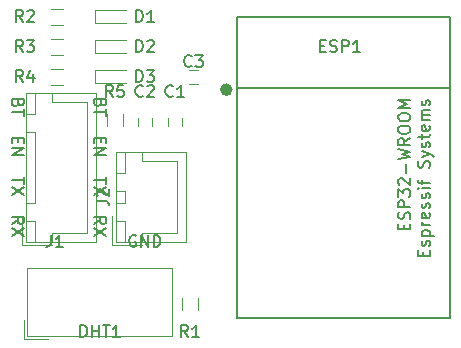
<source format=gbr>
%TF.GenerationSoftware,KiCad,Pcbnew,5.1.10-5.1.10*%
%TF.CreationDate,2021-10-01T00:30:02+02:00*%
%TF.ProjectId,ESP-Logger-HW,4553502d-4c6f-4676-9765-722d48572e6b,rev?*%
%TF.SameCoordinates,Original*%
%TF.FileFunction,Legend,Top*%
%TF.FilePolarity,Positive*%
%FSLAX46Y46*%
G04 Gerber Fmt 4.6, Leading zero omitted, Abs format (unit mm)*
G04 Created by KiCad (PCBNEW 5.1.10-5.1.10) date 2021-10-01 00:30:02*
%MOMM*%
%LPD*%
G01*
G04 APERTURE LIST*
%ADD10C,0.150000*%
%ADD11C,0.500000*%
%ADD12C,0.120000*%
G04 APERTURE END LIST*
D10*
X30988095Y-40140000D02*
X30892857Y-40092380D01*
X30750000Y-40092380D01*
X30607142Y-40140000D01*
X30511904Y-40235238D01*
X30464285Y-40330476D01*
X30416666Y-40520952D01*
X30416666Y-40663809D01*
X30464285Y-40854285D01*
X30511904Y-40949523D01*
X30607142Y-41044761D01*
X30750000Y-41092380D01*
X30845238Y-41092380D01*
X30988095Y-41044761D01*
X31035714Y-40997142D01*
X31035714Y-40663809D01*
X30845238Y-40663809D01*
X31464285Y-41092380D02*
X31464285Y-40092380D01*
X32035714Y-41092380D01*
X32035714Y-40092380D01*
X32511904Y-41092380D02*
X32511904Y-40092380D01*
X32750000Y-40092380D01*
X32892857Y-40140000D01*
X32988095Y-40235238D01*
X33035714Y-40330476D01*
X33083333Y-40520952D01*
X33083333Y-40663809D01*
X33035714Y-40854285D01*
X32988095Y-40949523D01*
X32892857Y-41044761D01*
X32750000Y-41092380D01*
X32511904Y-41092380D01*
X21026428Y-28885238D02*
X20978809Y-29028095D01*
X20931190Y-29075714D01*
X20835952Y-29123333D01*
X20693095Y-29123333D01*
X20597857Y-29075714D01*
X20550238Y-29028095D01*
X20502619Y-28932857D01*
X20502619Y-28551904D01*
X21502619Y-28551904D01*
X21502619Y-28885238D01*
X21455000Y-28980476D01*
X21407380Y-29028095D01*
X21312142Y-29075714D01*
X21216904Y-29075714D01*
X21121666Y-29028095D01*
X21074047Y-28980476D01*
X21026428Y-28885238D01*
X21026428Y-28551904D01*
X21502619Y-29409047D02*
X21502619Y-29980476D01*
X20502619Y-29694761D02*
X21502619Y-29694761D01*
X21026428Y-31837619D02*
X21026428Y-32170952D01*
X20502619Y-32313809D02*
X20502619Y-31837619D01*
X21502619Y-31837619D01*
X21502619Y-32313809D01*
X20502619Y-32742380D02*
X21502619Y-32742380D01*
X20502619Y-33313809D01*
X21502619Y-33313809D01*
X21502619Y-35170952D02*
X21502619Y-35742380D01*
X20502619Y-35456666D02*
X21502619Y-35456666D01*
X21502619Y-35980476D02*
X20502619Y-36647142D01*
X21502619Y-36647142D02*
X20502619Y-35980476D01*
X20502619Y-39123333D02*
X20978809Y-38790000D01*
X20502619Y-38551904D02*
X21502619Y-38551904D01*
X21502619Y-38932857D01*
X21455000Y-39028095D01*
X21407380Y-39075714D01*
X21312142Y-39123333D01*
X21169285Y-39123333D01*
X21074047Y-39075714D01*
X21026428Y-39028095D01*
X20978809Y-38932857D01*
X20978809Y-38551904D01*
X21502619Y-39456666D02*
X20502619Y-40123333D01*
X21502619Y-40123333D02*
X20502619Y-39456666D01*
X28011428Y-28885238D02*
X27963809Y-29028095D01*
X27916190Y-29075714D01*
X27820952Y-29123333D01*
X27678095Y-29123333D01*
X27582857Y-29075714D01*
X27535238Y-29028095D01*
X27487619Y-28932857D01*
X27487619Y-28551904D01*
X28487619Y-28551904D01*
X28487619Y-28885238D01*
X28440000Y-28980476D01*
X28392380Y-29028095D01*
X28297142Y-29075714D01*
X28201904Y-29075714D01*
X28106666Y-29028095D01*
X28059047Y-28980476D01*
X28011428Y-28885238D01*
X28011428Y-28551904D01*
X28487619Y-29409047D02*
X28487619Y-29980476D01*
X27487619Y-29694761D02*
X28487619Y-29694761D01*
X28011428Y-31837619D02*
X28011428Y-32170952D01*
X27487619Y-32313809D02*
X27487619Y-31837619D01*
X28487619Y-31837619D01*
X28487619Y-32313809D01*
X27487619Y-32742380D02*
X28487619Y-32742380D01*
X27487619Y-33313809D01*
X28487619Y-33313809D01*
X28487619Y-35170952D02*
X28487619Y-35742380D01*
X27487619Y-35456666D02*
X28487619Y-35456666D01*
X28487619Y-35980476D02*
X27487619Y-36647142D01*
X28487619Y-36647142D02*
X27487619Y-35980476D01*
X27487619Y-39123333D02*
X27963809Y-38790000D01*
X27487619Y-38551904D02*
X28487619Y-38551904D01*
X28487619Y-38932857D01*
X28440000Y-39028095D01*
X28392380Y-39075714D01*
X28297142Y-39123333D01*
X28154285Y-39123333D01*
X28059047Y-39075714D01*
X28011428Y-39028095D01*
X27963809Y-38932857D01*
X27963809Y-38551904D01*
X28487619Y-39456666D02*
X27487619Y-40123333D01*
X28487619Y-40123333D02*
X27487619Y-39456666D01*
%TO.C,ESP1*%
X57560000Y-21630000D02*
X39560000Y-21630000D01*
X57560000Y-47130000D02*
X39560000Y-47130000D01*
X57560000Y-21630000D02*
X57560000Y-47130000D01*
X39560000Y-21630000D02*
X39560000Y-47130000D01*
X57560000Y-27630000D02*
X39560000Y-27630000D01*
D11*
X38937981Y-27776000D02*
G75*
G03*
X38937981Y-27776000I-283981J0D01*
G01*
D12*
%TO.C,C1*%
X34890000Y-30130000D02*
X34890000Y-30830000D01*
X33690000Y-30830000D02*
X33690000Y-30130000D01*
%TO.C,C2*%
X31150000Y-30830000D02*
X31150000Y-30130000D01*
X32350000Y-30130000D02*
X32350000Y-30830000D01*
%TO.C,C3*%
X36230000Y-27270000D02*
X35530000Y-27270000D01*
X35530000Y-26070000D02*
X36230000Y-26070000D01*
%TO.C,D1*%
X27580000Y-21040000D02*
X30180000Y-21040000D01*
X27580000Y-22140000D02*
X30180000Y-22140000D01*
X27580000Y-21040000D02*
X27580000Y-22140000D01*
%TO.C,D2*%
X27580000Y-23580000D02*
X27580000Y-24680000D01*
X27580000Y-24680000D02*
X30180000Y-24680000D01*
X27580000Y-23580000D02*
X30180000Y-23580000D01*
%TO.C,D3*%
X27580000Y-26120000D02*
X27580000Y-27220000D01*
X27580000Y-27220000D02*
X30180000Y-27220000D01*
X27580000Y-26120000D02*
X30180000Y-26120000D01*
%TO.C,DHT1*%
X21530000Y-48880000D02*
X21530000Y-47270000D01*
X21530000Y-48880000D02*
X23530000Y-48880000D01*
X34070000Y-48600000D02*
X21820000Y-48600000D01*
X34070000Y-42840000D02*
X34070000Y-48600000D01*
X21810000Y-42840000D02*
X34070000Y-42840000D01*
X21810000Y-48590000D02*
X21810000Y-42850000D01*
%TO.C,J1*%
X21680000Y-40650000D02*
X27630000Y-40650000D01*
X27630000Y-40650000D02*
X27630000Y-28050000D01*
X27630000Y-28050000D02*
X21680000Y-28050000D01*
X21680000Y-28050000D02*
X21680000Y-40650000D01*
X21680000Y-37350000D02*
X22430000Y-37350000D01*
X22430000Y-37350000D02*
X22430000Y-31350000D01*
X22430000Y-31350000D02*
X21680000Y-31350000D01*
X21680000Y-31350000D02*
X21680000Y-37350000D01*
X21680000Y-40650000D02*
X22430000Y-40650000D01*
X22430000Y-40650000D02*
X22430000Y-38850000D01*
X22430000Y-38850000D02*
X21680000Y-38850000D01*
X21680000Y-38850000D02*
X21680000Y-40650000D01*
X21680000Y-29850000D02*
X22430000Y-29850000D01*
X22430000Y-29850000D02*
X22430000Y-28050000D01*
X22430000Y-28050000D02*
X21680000Y-28050000D01*
X21680000Y-28050000D02*
X21680000Y-29850000D01*
X23930000Y-40650000D02*
X23930000Y-39900000D01*
X23930000Y-39900000D02*
X26880000Y-39900000D01*
X26880000Y-39900000D02*
X26880000Y-34350000D01*
X23930000Y-28050000D02*
X23930000Y-28800000D01*
X23930000Y-28800000D02*
X26880000Y-28800000D01*
X26880000Y-28800000D02*
X26880000Y-34350000D01*
X21380000Y-38450000D02*
X21380000Y-40950000D01*
X21380000Y-40950000D02*
X23880000Y-40950000D01*
%TO.C,J2*%
X29300000Y-40650000D02*
X35250000Y-40650000D01*
X35250000Y-40650000D02*
X35250000Y-33050000D01*
X35250000Y-33050000D02*
X29300000Y-33050000D01*
X29300000Y-33050000D02*
X29300000Y-40650000D01*
X29300000Y-37350000D02*
X30050000Y-37350000D01*
X30050000Y-37350000D02*
X30050000Y-36350000D01*
X30050000Y-36350000D02*
X29300000Y-36350000D01*
X29300000Y-36350000D02*
X29300000Y-37350000D01*
X29300000Y-40650000D02*
X30050000Y-40650000D01*
X30050000Y-40650000D02*
X30050000Y-38850000D01*
X30050000Y-38850000D02*
X29300000Y-38850000D01*
X29300000Y-38850000D02*
X29300000Y-40650000D01*
X29300000Y-34850000D02*
X30050000Y-34850000D01*
X30050000Y-34850000D02*
X30050000Y-33050000D01*
X30050000Y-33050000D02*
X29300000Y-33050000D01*
X29300000Y-33050000D02*
X29300000Y-34850000D01*
X31550000Y-40650000D02*
X31550000Y-39900000D01*
X31550000Y-39900000D02*
X34500000Y-39900000D01*
X34500000Y-39900000D02*
X34500000Y-36850000D01*
X31550000Y-33050000D02*
X31550000Y-33800000D01*
X31550000Y-33800000D02*
X34500000Y-33800000D01*
X34500000Y-33800000D02*
X34500000Y-36850000D01*
X29000000Y-38450000D02*
X29000000Y-40950000D01*
X29000000Y-40950000D02*
X31500000Y-40950000D01*
%TO.C,R1*%
X36240000Y-45390000D02*
X36240000Y-46390000D01*
X34880000Y-46390000D02*
X34880000Y-45390000D01*
%TO.C,R2*%
X24800000Y-22270000D02*
X23800000Y-22270000D01*
X23800000Y-20910000D02*
X24800000Y-20910000D01*
%TO.C,R3*%
X23800000Y-23450000D02*
X24800000Y-23450000D01*
X24800000Y-24810000D02*
X23800000Y-24810000D01*
%TO.C,R4*%
X24800000Y-27350000D02*
X23800000Y-27350000D01*
X23800000Y-25990000D02*
X24800000Y-25990000D01*
%TO.C,R5*%
X29890000Y-29810000D02*
X29890000Y-30810000D01*
X28530000Y-30810000D02*
X28530000Y-29810000D01*
%TO.C,ESP1*%
D10*
X46593333Y-24058571D02*
X46926666Y-24058571D01*
X47069523Y-24582380D02*
X46593333Y-24582380D01*
X46593333Y-23582380D01*
X47069523Y-23582380D01*
X47450476Y-24534761D02*
X47593333Y-24582380D01*
X47831428Y-24582380D01*
X47926666Y-24534761D01*
X47974285Y-24487142D01*
X48021904Y-24391904D01*
X48021904Y-24296666D01*
X47974285Y-24201428D01*
X47926666Y-24153809D01*
X47831428Y-24106190D01*
X47640952Y-24058571D01*
X47545714Y-24010952D01*
X47498095Y-23963333D01*
X47450476Y-23868095D01*
X47450476Y-23772857D01*
X47498095Y-23677619D01*
X47545714Y-23630000D01*
X47640952Y-23582380D01*
X47879047Y-23582380D01*
X48021904Y-23630000D01*
X48450476Y-24582380D02*
X48450476Y-23582380D01*
X48831428Y-23582380D01*
X48926666Y-23630000D01*
X48974285Y-23677619D01*
X49021904Y-23772857D01*
X49021904Y-23915714D01*
X48974285Y-24010952D01*
X48926666Y-24058571D01*
X48831428Y-24106190D01*
X48450476Y-24106190D01*
X49974285Y-24582380D02*
X49402857Y-24582380D01*
X49688571Y-24582380D02*
X49688571Y-23582380D01*
X49593333Y-23725238D01*
X49498095Y-23820476D01*
X49402857Y-23868095D01*
X55346571Y-41840428D02*
X55346571Y-41507095D01*
X55870380Y-41364238D02*
X55870380Y-41840428D01*
X54870380Y-41840428D01*
X54870380Y-41364238D01*
X55822761Y-40983285D02*
X55870380Y-40888047D01*
X55870380Y-40697571D01*
X55822761Y-40602333D01*
X55727523Y-40554714D01*
X55679904Y-40554714D01*
X55584666Y-40602333D01*
X55537047Y-40697571D01*
X55537047Y-40840428D01*
X55489428Y-40935666D01*
X55394190Y-40983285D01*
X55346571Y-40983285D01*
X55251333Y-40935666D01*
X55203714Y-40840428D01*
X55203714Y-40697571D01*
X55251333Y-40602333D01*
X55203714Y-40126142D02*
X56203714Y-40126142D01*
X55251333Y-40126142D02*
X55203714Y-40030904D01*
X55203714Y-39840428D01*
X55251333Y-39745190D01*
X55298952Y-39697571D01*
X55394190Y-39649952D01*
X55679904Y-39649952D01*
X55775142Y-39697571D01*
X55822761Y-39745190D01*
X55870380Y-39840428D01*
X55870380Y-40030904D01*
X55822761Y-40126142D01*
X55870380Y-39221380D02*
X55203714Y-39221380D01*
X55394190Y-39221380D02*
X55298952Y-39173761D01*
X55251333Y-39126142D01*
X55203714Y-39030904D01*
X55203714Y-38935666D01*
X55822761Y-38221380D02*
X55870380Y-38316619D01*
X55870380Y-38507095D01*
X55822761Y-38602333D01*
X55727523Y-38649952D01*
X55346571Y-38649952D01*
X55251333Y-38602333D01*
X55203714Y-38507095D01*
X55203714Y-38316619D01*
X55251333Y-38221380D01*
X55346571Y-38173761D01*
X55441809Y-38173761D01*
X55537047Y-38649952D01*
X55822761Y-37792809D02*
X55870380Y-37697571D01*
X55870380Y-37507095D01*
X55822761Y-37411857D01*
X55727523Y-37364238D01*
X55679904Y-37364238D01*
X55584666Y-37411857D01*
X55537047Y-37507095D01*
X55537047Y-37649952D01*
X55489428Y-37745190D01*
X55394190Y-37792809D01*
X55346571Y-37792809D01*
X55251333Y-37745190D01*
X55203714Y-37649952D01*
X55203714Y-37507095D01*
X55251333Y-37411857D01*
X55822761Y-36983285D02*
X55870380Y-36888047D01*
X55870380Y-36697571D01*
X55822761Y-36602333D01*
X55727523Y-36554714D01*
X55679904Y-36554714D01*
X55584666Y-36602333D01*
X55537047Y-36697571D01*
X55537047Y-36840428D01*
X55489428Y-36935666D01*
X55394190Y-36983285D01*
X55346571Y-36983285D01*
X55251333Y-36935666D01*
X55203714Y-36840428D01*
X55203714Y-36697571D01*
X55251333Y-36602333D01*
X55870380Y-36126142D02*
X55203714Y-36126142D01*
X54870380Y-36126142D02*
X54918000Y-36173761D01*
X54965619Y-36126142D01*
X54918000Y-36078523D01*
X54870380Y-36126142D01*
X54965619Y-36126142D01*
X55203714Y-35792809D02*
X55203714Y-35411857D01*
X55870380Y-35649952D02*
X55013238Y-35649952D01*
X54918000Y-35602333D01*
X54870380Y-35507095D01*
X54870380Y-35411857D01*
X55822761Y-34364238D02*
X55870380Y-34221380D01*
X55870380Y-33983285D01*
X55822761Y-33888047D01*
X55775142Y-33840428D01*
X55679904Y-33792809D01*
X55584666Y-33792809D01*
X55489428Y-33840428D01*
X55441809Y-33888047D01*
X55394190Y-33983285D01*
X55346571Y-34173761D01*
X55298952Y-34269000D01*
X55251333Y-34316619D01*
X55156095Y-34364238D01*
X55060857Y-34364238D01*
X54965619Y-34316619D01*
X54918000Y-34269000D01*
X54870380Y-34173761D01*
X54870380Y-33935666D01*
X54918000Y-33792809D01*
X55203714Y-33459476D02*
X55870380Y-33221380D01*
X55203714Y-32983285D02*
X55870380Y-33221380D01*
X56108476Y-33316619D01*
X56156095Y-33364238D01*
X56203714Y-33459476D01*
X55822761Y-32649952D02*
X55870380Y-32554714D01*
X55870380Y-32364238D01*
X55822761Y-32269000D01*
X55727523Y-32221380D01*
X55679904Y-32221380D01*
X55584666Y-32269000D01*
X55537047Y-32364238D01*
X55537047Y-32507095D01*
X55489428Y-32602333D01*
X55394190Y-32649952D01*
X55346571Y-32649952D01*
X55251333Y-32602333D01*
X55203714Y-32507095D01*
X55203714Y-32364238D01*
X55251333Y-32269000D01*
X55203714Y-31935666D02*
X55203714Y-31554714D01*
X54870380Y-31792809D02*
X55727523Y-31792809D01*
X55822761Y-31745190D01*
X55870380Y-31649952D01*
X55870380Y-31554714D01*
X55822761Y-30840428D02*
X55870380Y-30935666D01*
X55870380Y-31126142D01*
X55822761Y-31221380D01*
X55727523Y-31269000D01*
X55346571Y-31269000D01*
X55251333Y-31221380D01*
X55203714Y-31126142D01*
X55203714Y-30935666D01*
X55251333Y-30840428D01*
X55346571Y-30792809D01*
X55441809Y-30792809D01*
X55537047Y-31269000D01*
X55870380Y-30364238D02*
X55203714Y-30364238D01*
X55298952Y-30364238D02*
X55251333Y-30316619D01*
X55203714Y-30221380D01*
X55203714Y-30078523D01*
X55251333Y-29983285D01*
X55346571Y-29935666D01*
X55870380Y-29935666D01*
X55346571Y-29935666D02*
X55251333Y-29888047D01*
X55203714Y-29792809D01*
X55203714Y-29649952D01*
X55251333Y-29554714D01*
X55346571Y-29507095D01*
X55870380Y-29507095D01*
X55822761Y-29078523D02*
X55870380Y-28983285D01*
X55870380Y-28792809D01*
X55822761Y-28697571D01*
X55727523Y-28649952D01*
X55679904Y-28649952D01*
X55584666Y-28697571D01*
X55537047Y-28792809D01*
X55537047Y-28935666D01*
X55489428Y-29030904D01*
X55394190Y-29078523D01*
X55346571Y-29078523D01*
X55251333Y-29030904D01*
X55203714Y-28935666D01*
X55203714Y-28792809D01*
X55251333Y-28697571D01*
X53695571Y-39578380D02*
X53695571Y-39245047D01*
X54219380Y-39102190D02*
X54219380Y-39578380D01*
X53219380Y-39578380D01*
X53219380Y-39102190D01*
X54171761Y-38721238D02*
X54219380Y-38578380D01*
X54219380Y-38340285D01*
X54171761Y-38245047D01*
X54124142Y-38197428D01*
X54028904Y-38149809D01*
X53933666Y-38149809D01*
X53838428Y-38197428D01*
X53790809Y-38245047D01*
X53743190Y-38340285D01*
X53695571Y-38530761D01*
X53647952Y-38626000D01*
X53600333Y-38673619D01*
X53505095Y-38721238D01*
X53409857Y-38721238D01*
X53314619Y-38673619D01*
X53267000Y-38626000D01*
X53219380Y-38530761D01*
X53219380Y-38292666D01*
X53267000Y-38149809D01*
X54219380Y-37721238D02*
X53219380Y-37721238D01*
X53219380Y-37340285D01*
X53267000Y-37245047D01*
X53314619Y-37197428D01*
X53409857Y-37149809D01*
X53552714Y-37149809D01*
X53647952Y-37197428D01*
X53695571Y-37245047D01*
X53743190Y-37340285D01*
X53743190Y-37721238D01*
X53219380Y-36816476D02*
X53219380Y-36197428D01*
X53600333Y-36530761D01*
X53600333Y-36387904D01*
X53647952Y-36292666D01*
X53695571Y-36245047D01*
X53790809Y-36197428D01*
X54028904Y-36197428D01*
X54124142Y-36245047D01*
X54171761Y-36292666D01*
X54219380Y-36387904D01*
X54219380Y-36673619D01*
X54171761Y-36768857D01*
X54124142Y-36816476D01*
X53314619Y-35816476D02*
X53267000Y-35768857D01*
X53219380Y-35673619D01*
X53219380Y-35435523D01*
X53267000Y-35340285D01*
X53314619Y-35292666D01*
X53409857Y-35245047D01*
X53505095Y-35245047D01*
X53647952Y-35292666D01*
X54219380Y-35864095D01*
X54219380Y-35245047D01*
X53838428Y-34816476D02*
X53838428Y-34054571D01*
X53219380Y-33673619D02*
X54219380Y-33435523D01*
X53505095Y-33245047D01*
X54219380Y-33054571D01*
X53219380Y-32816476D01*
X54219380Y-31864095D02*
X53743190Y-32197428D01*
X54219380Y-32435523D02*
X53219380Y-32435523D01*
X53219380Y-32054571D01*
X53267000Y-31959333D01*
X53314619Y-31911714D01*
X53409857Y-31864095D01*
X53552714Y-31864095D01*
X53647952Y-31911714D01*
X53695571Y-31959333D01*
X53743190Y-32054571D01*
X53743190Y-32435523D01*
X53219380Y-31245047D02*
X53219380Y-31054571D01*
X53267000Y-30959333D01*
X53362238Y-30864095D01*
X53552714Y-30816476D01*
X53886047Y-30816476D01*
X54076523Y-30864095D01*
X54171761Y-30959333D01*
X54219380Y-31054571D01*
X54219380Y-31245047D01*
X54171761Y-31340285D01*
X54076523Y-31435523D01*
X53886047Y-31483142D01*
X53552714Y-31483142D01*
X53362238Y-31435523D01*
X53267000Y-31340285D01*
X53219380Y-31245047D01*
X53219380Y-30197428D02*
X53219380Y-30006952D01*
X53267000Y-29911714D01*
X53362238Y-29816476D01*
X53552714Y-29768857D01*
X53886047Y-29768857D01*
X54076523Y-29816476D01*
X54171761Y-29911714D01*
X54219380Y-30006952D01*
X54219380Y-30197428D01*
X54171761Y-30292666D01*
X54076523Y-30387904D01*
X53886047Y-30435523D01*
X53552714Y-30435523D01*
X53362238Y-30387904D01*
X53267000Y-30292666D01*
X53219380Y-30197428D01*
X54219380Y-29340285D02*
X53219380Y-29340285D01*
X53933666Y-29006952D01*
X53219380Y-28673619D01*
X54219380Y-28673619D01*
%TO.C,C1*%
X34123333Y-28297142D02*
X34075714Y-28344761D01*
X33932857Y-28392380D01*
X33837619Y-28392380D01*
X33694761Y-28344761D01*
X33599523Y-28249523D01*
X33551904Y-28154285D01*
X33504285Y-27963809D01*
X33504285Y-27820952D01*
X33551904Y-27630476D01*
X33599523Y-27535238D01*
X33694761Y-27440000D01*
X33837619Y-27392380D01*
X33932857Y-27392380D01*
X34075714Y-27440000D01*
X34123333Y-27487619D01*
X35075714Y-28392380D02*
X34504285Y-28392380D01*
X34790000Y-28392380D02*
X34790000Y-27392380D01*
X34694761Y-27535238D01*
X34599523Y-27630476D01*
X34504285Y-27678095D01*
%TO.C,C2*%
X31583333Y-28297142D02*
X31535714Y-28344761D01*
X31392857Y-28392380D01*
X31297619Y-28392380D01*
X31154761Y-28344761D01*
X31059523Y-28249523D01*
X31011904Y-28154285D01*
X30964285Y-27963809D01*
X30964285Y-27820952D01*
X31011904Y-27630476D01*
X31059523Y-27535238D01*
X31154761Y-27440000D01*
X31297619Y-27392380D01*
X31392857Y-27392380D01*
X31535714Y-27440000D01*
X31583333Y-27487619D01*
X31964285Y-27487619D02*
X32011904Y-27440000D01*
X32107142Y-27392380D01*
X32345238Y-27392380D01*
X32440476Y-27440000D01*
X32488095Y-27487619D01*
X32535714Y-27582857D01*
X32535714Y-27678095D01*
X32488095Y-27820952D01*
X31916666Y-28392380D01*
X32535714Y-28392380D01*
%TO.C,C3*%
X35713333Y-25757142D02*
X35665714Y-25804761D01*
X35522857Y-25852380D01*
X35427619Y-25852380D01*
X35284761Y-25804761D01*
X35189523Y-25709523D01*
X35141904Y-25614285D01*
X35094285Y-25423809D01*
X35094285Y-25280952D01*
X35141904Y-25090476D01*
X35189523Y-24995238D01*
X35284761Y-24900000D01*
X35427619Y-24852380D01*
X35522857Y-24852380D01*
X35665714Y-24900000D01*
X35713333Y-24947619D01*
X36046666Y-24852380D02*
X36665714Y-24852380D01*
X36332380Y-25233333D01*
X36475238Y-25233333D01*
X36570476Y-25280952D01*
X36618095Y-25328571D01*
X36665714Y-25423809D01*
X36665714Y-25661904D01*
X36618095Y-25757142D01*
X36570476Y-25804761D01*
X36475238Y-25852380D01*
X36189523Y-25852380D01*
X36094285Y-25804761D01*
X36046666Y-25757142D01*
%TO.C,D1*%
X31011904Y-22042380D02*
X31011904Y-21042380D01*
X31250000Y-21042380D01*
X31392857Y-21090000D01*
X31488095Y-21185238D01*
X31535714Y-21280476D01*
X31583333Y-21470952D01*
X31583333Y-21613809D01*
X31535714Y-21804285D01*
X31488095Y-21899523D01*
X31392857Y-21994761D01*
X31250000Y-22042380D01*
X31011904Y-22042380D01*
X32535714Y-22042380D02*
X31964285Y-22042380D01*
X32250000Y-22042380D02*
X32250000Y-21042380D01*
X32154761Y-21185238D01*
X32059523Y-21280476D01*
X31964285Y-21328095D01*
%TO.C,D2*%
X31011904Y-24582380D02*
X31011904Y-23582380D01*
X31250000Y-23582380D01*
X31392857Y-23630000D01*
X31488095Y-23725238D01*
X31535714Y-23820476D01*
X31583333Y-24010952D01*
X31583333Y-24153809D01*
X31535714Y-24344285D01*
X31488095Y-24439523D01*
X31392857Y-24534761D01*
X31250000Y-24582380D01*
X31011904Y-24582380D01*
X31964285Y-23677619D02*
X32011904Y-23630000D01*
X32107142Y-23582380D01*
X32345238Y-23582380D01*
X32440476Y-23630000D01*
X32488095Y-23677619D01*
X32535714Y-23772857D01*
X32535714Y-23868095D01*
X32488095Y-24010952D01*
X31916666Y-24582380D01*
X32535714Y-24582380D01*
%TO.C,D3*%
X31011904Y-27122380D02*
X31011904Y-26122380D01*
X31250000Y-26122380D01*
X31392857Y-26170000D01*
X31488095Y-26265238D01*
X31535714Y-26360476D01*
X31583333Y-26550952D01*
X31583333Y-26693809D01*
X31535714Y-26884285D01*
X31488095Y-26979523D01*
X31392857Y-27074761D01*
X31250000Y-27122380D01*
X31011904Y-27122380D01*
X31916666Y-26122380D02*
X32535714Y-26122380D01*
X32202380Y-26503333D01*
X32345238Y-26503333D01*
X32440476Y-26550952D01*
X32488095Y-26598571D01*
X32535714Y-26693809D01*
X32535714Y-26931904D01*
X32488095Y-27027142D01*
X32440476Y-27074761D01*
X32345238Y-27122380D01*
X32059523Y-27122380D01*
X31964285Y-27074761D01*
X31916666Y-27027142D01*
%TO.C,DHT1*%
X26297142Y-48712380D02*
X26297142Y-47712380D01*
X26535238Y-47712380D01*
X26678095Y-47760000D01*
X26773333Y-47855238D01*
X26820952Y-47950476D01*
X26868571Y-48140952D01*
X26868571Y-48283809D01*
X26820952Y-48474285D01*
X26773333Y-48569523D01*
X26678095Y-48664761D01*
X26535238Y-48712380D01*
X26297142Y-48712380D01*
X27297142Y-48712380D02*
X27297142Y-47712380D01*
X27297142Y-48188571D02*
X27868571Y-48188571D01*
X27868571Y-48712380D02*
X27868571Y-47712380D01*
X28201904Y-47712380D02*
X28773333Y-47712380D01*
X28487619Y-48712380D02*
X28487619Y-47712380D01*
X29630476Y-48712380D02*
X29059047Y-48712380D01*
X29344761Y-48712380D02*
X29344761Y-47712380D01*
X29249523Y-47855238D01*
X29154285Y-47950476D01*
X29059047Y-47998095D01*
%TO.C,J1*%
X23796666Y-40092380D02*
X23796666Y-40806666D01*
X23749047Y-40949523D01*
X23653809Y-41044761D01*
X23510952Y-41092380D01*
X23415714Y-41092380D01*
X24796666Y-41092380D02*
X24225238Y-41092380D01*
X24510952Y-41092380D02*
X24510952Y-40092380D01*
X24415714Y-40235238D01*
X24320476Y-40330476D01*
X24225238Y-40378095D01*
%TO.C,J2*%
X27702380Y-37183333D02*
X28416666Y-37183333D01*
X28559523Y-37230952D01*
X28654761Y-37326190D01*
X28702380Y-37469047D01*
X28702380Y-37564285D01*
X27797619Y-36754761D02*
X27750000Y-36707142D01*
X27702380Y-36611904D01*
X27702380Y-36373809D01*
X27750000Y-36278571D01*
X27797619Y-36230952D01*
X27892857Y-36183333D01*
X27988095Y-36183333D01*
X28130952Y-36230952D01*
X28702380Y-36802380D01*
X28702380Y-36183333D01*
%TO.C,R1*%
X35393333Y-48712380D02*
X35060000Y-48236190D01*
X34821904Y-48712380D02*
X34821904Y-47712380D01*
X35202857Y-47712380D01*
X35298095Y-47760000D01*
X35345714Y-47807619D01*
X35393333Y-47902857D01*
X35393333Y-48045714D01*
X35345714Y-48140952D01*
X35298095Y-48188571D01*
X35202857Y-48236190D01*
X34821904Y-48236190D01*
X36345714Y-48712380D02*
X35774285Y-48712380D01*
X36060000Y-48712380D02*
X36060000Y-47712380D01*
X35964761Y-47855238D01*
X35869523Y-47950476D01*
X35774285Y-47998095D01*
%TO.C,R2*%
X21423333Y-22042380D02*
X21090000Y-21566190D01*
X20851904Y-22042380D02*
X20851904Y-21042380D01*
X21232857Y-21042380D01*
X21328095Y-21090000D01*
X21375714Y-21137619D01*
X21423333Y-21232857D01*
X21423333Y-21375714D01*
X21375714Y-21470952D01*
X21328095Y-21518571D01*
X21232857Y-21566190D01*
X20851904Y-21566190D01*
X21804285Y-21137619D02*
X21851904Y-21090000D01*
X21947142Y-21042380D01*
X22185238Y-21042380D01*
X22280476Y-21090000D01*
X22328095Y-21137619D01*
X22375714Y-21232857D01*
X22375714Y-21328095D01*
X22328095Y-21470952D01*
X21756666Y-22042380D01*
X22375714Y-22042380D01*
%TO.C,R3*%
X21423333Y-24582380D02*
X21090000Y-24106190D01*
X20851904Y-24582380D02*
X20851904Y-23582380D01*
X21232857Y-23582380D01*
X21328095Y-23630000D01*
X21375714Y-23677619D01*
X21423333Y-23772857D01*
X21423333Y-23915714D01*
X21375714Y-24010952D01*
X21328095Y-24058571D01*
X21232857Y-24106190D01*
X20851904Y-24106190D01*
X21756666Y-23582380D02*
X22375714Y-23582380D01*
X22042380Y-23963333D01*
X22185238Y-23963333D01*
X22280476Y-24010952D01*
X22328095Y-24058571D01*
X22375714Y-24153809D01*
X22375714Y-24391904D01*
X22328095Y-24487142D01*
X22280476Y-24534761D01*
X22185238Y-24582380D01*
X21899523Y-24582380D01*
X21804285Y-24534761D01*
X21756666Y-24487142D01*
%TO.C,R4*%
X21423333Y-27122380D02*
X21090000Y-26646190D01*
X20851904Y-27122380D02*
X20851904Y-26122380D01*
X21232857Y-26122380D01*
X21328095Y-26170000D01*
X21375714Y-26217619D01*
X21423333Y-26312857D01*
X21423333Y-26455714D01*
X21375714Y-26550952D01*
X21328095Y-26598571D01*
X21232857Y-26646190D01*
X20851904Y-26646190D01*
X22280476Y-26455714D02*
X22280476Y-27122380D01*
X22042380Y-26074761D02*
X21804285Y-26789047D01*
X22423333Y-26789047D01*
%TO.C,R5*%
X29043333Y-28392380D02*
X28710000Y-27916190D01*
X28471904Y-28392380D02*
X28471904Y-27392380D01*
X28852857Y-27392380D01*
X28948095Y-27440000D01*
X28995714Y-27487619D01*
X29043333Y-27582857D01*
X29043333Y-27725714D01*
X28995714Y-27820952D01*
X28948095Y-27868571D01*
X28852857Y-27916190D01*
X28471904Y-27916190D01*
X29948095Y-27392380D02*
X29471904Y-27392380D01*
X29424285Y-27868571D01*
X29471904Y-27820952D01*
X29567142Y-27773333D01*
X29805238Y-27773333D01*
X29900476Y-27820952D01*
X29948095Y-27868571D01*
X29995714Y-27963809D01*
X29995714Y-28201904D01*
X29948095Y-28297142D01*
X29900476Y-28344761D01*
X29805238Y-28392380D01*
X29567142Y-28392380D01*
X29471904Y-28344761D01*
X29424285Y-28297142D01*
%TD*%
M02*

</source>
